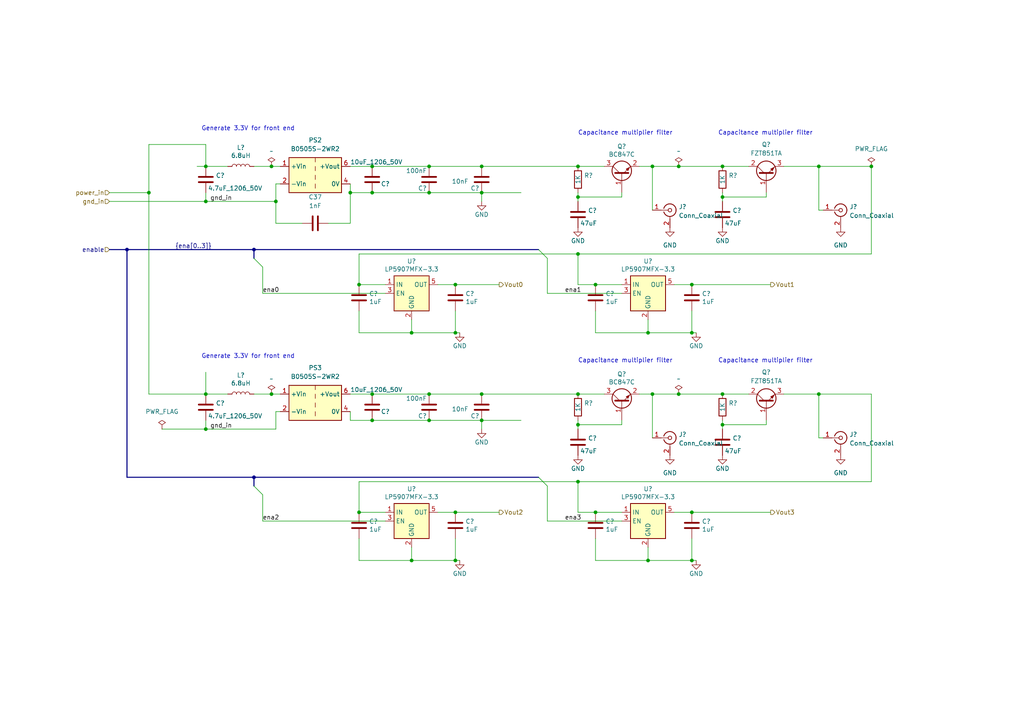
<source format=kicad_sch>
(kicad_sch (version 20230121) (generator eeschema)
  (paper "A4")
  (lib_symbols
    (symbol "0JLC-6:10uF_1206_50V" (pin_numbers hide) (pin_names (offset 0.254))
      (property "Reference" "C" (at 0.635 2.54 0))
      (property "Value" "10uF_1206_50V" (at 0.635 -2.54 0))
      (symbol "10uF_1206_50V_0_1"
        (polyline (pts (xy -2.032 -0.762) (xy 2.032 -0.762)) (stroke (width 0.508)))
        (polyline (pts (xy -2.032 0.762) (xy 2.032 0.762)) (stroke (width 0.508)))
      )
      (symbol "10uF_1206_50V_1_1"
        (pin passive line (at 0 3.81 270) (length 2.794) (name "~") (number "1"))
        (pin passive line (at 0 -3.81 90) (length 2.794) (name "~") (number "2"))
      )
    )
    (symbol "0JLC-6:1K" (pin_numbers hide) (pin_names (offset 0))
      (property "Reference" "R" (at 2.032 0 90))
      (property "Value" "1K" (at 0 0 90))
      (symbol "1K_0_1"
        (rectangle (start -1.016 -2.54) (end 1.016 2.54) (stroke (width 0.254)))
      )
      (symbol "1K_1_1"
        (pin passive line (at 0 3.81 270) (length 1.27) (name "~") (number "1"))
        (pin passive line (at 0 -3.81 90) (length 1.27) (name "~") (number "2"))
      )
    )
    (symbol "0JLC-6:1uF" (pin_numbers hide) (pin_names (offset 0.254))
      (property "Reference" "C" (at 0.635 2.54 0))
      (property "Value" "1uF" (at 0.635 -2.54 0))
      (symbol "1uF_0_1"
        (polyline (pts (xy -2.032 -0.762) (xy 2.032 -0.762)) (stroke (width 0.508)))
        (polyline (pts (xy -2.032 0.762) (xy 2.032 0.762)) (stroke (width 0.508)))
      )
      (symbol "1uF_1_1"
        (pin passive line (at 0 3.81 270) (length 2.794) (name "~") (number "1"))
        (pin passive line (at 0 -3.81 90) (length 2.794) (name "~") (number "2"))
      )
    )
    (symbol "0JLC-6:4.7uF_1206_50V" (pin_numbers hide) (pin_names (offset 0.254))
      (property "Reference" "C" (at 0.635 2.54 0))
      (property "Value" "4.7uF_1206_50V" (at 0.635 -2.54 0))
      (symbol "4.7uF_1206_50V_0_1"
        (polyline (pts (xy -2.032 -0.762) (xy 2.032 -0.762)) (stroke (width 0.508)))
        (polyline (pts (xy -2.032 0.762) (xy 2.032 0.762)) (stroke (width 0.508)))
      )
      (symbol "4.7uF_1206_50V_1_1"
        (pin passive line (at 0 3.81 270) (length 2.794) (name "~") (number "1"))
        (pin passive line (at 0 -3.81 90) (length 2.794) (name "~") (number "2"))
      )
    )
    (symbol "0JLC-6:C" (pin_numbers hide) (pin_names (offset 0.254))
      (property "Reference" "C" (at 0.635 2.54 0))
      (property "Value" "C" (at 0.635 -2.54 0))
      (symbol "C_0_1"
        (polyline (pts (xy -2.032 -0.762) (xy 2.032 -0.762)) (stroke (width 0.508)))
        (polyline (pts (xy -2.032 0.762) (xy 2.032 0.762)) (stroke (width 0.508)))
      )
      (symbol "C_1_1"
        (pin passive line (at 0 3.81 270) (length 2.794) (name "~") (number "1"))
        (pin passive line (at 0 -3.81 90) (length 2.794) (name "~") (number "2"))
      )
    )
    (symbol "0JLC-6:LP5907MFX-3.3"
      (property "Reference" "U" (at -3.81 6.35 0))
      (property "Value" "LP5907MFX-3.3" (at 6.35 6.35 0))
      (symbol "LP5907MFX-3.3_0_1"
        (rectangle (start -5.08 -5.08) (end 5.08 5.08) (stroke (width 0.254)) (fill (type background)))
        (pin power_in line (at -7.62 2.54 0) (length 2.54) (name "IN") (number "1"))
        (pin power_in line (at 0 -7.62 90) (length 2.54) (name "GND") (number "2"))
        (pin input line (at -7.62 0 0) (length 2.54) (name "EN") (number "3"))
        (pin no_connect line (at 5.08 0 180) (length 2.54) hide (name "NC") (number "4"))
        (pin power_out line (at 7.62 2.54 180) (length 2.54) (name "OUT") (number "5"))
      )
    )
    (symbol "0JLC-7:100nF" (pin_numbers hide) (pin_names (offset 0.254))
      (property "Reference" "C8" (at -3.81 -1.2701 0))
      (property "Value" "100nF" (at -3.81 1.2699 0))
      (symbol "100nF_0_1"
        (polyline (pts (xy -2.032 -0.762) (xy 2.032 -0.762)) (stroke (width 0.508)))
        (polyline (pts (xy -2.032 0.762) (xy 2.032 0.762)) (stroke (width 0.508)))
      )
      (symbol "100nF_1_1"
        (pin passive line (at 0 3.81 270) (length 2.794) (name "~") (number "1"))
        (pin passive line (at 0 -3.81 90) (length 2.794) (name "~") (number "2"))
      )
    )
    (symbol "0JLC-7:B0505S-2WR2"
      (property "Reference" "PS?" (at 0 9.3218 0))
      (property "Value" "B0505S-2WR2" (at 0 7.0104 0))
      (symbol "B0505S-2WR2_0_1"
        (rectangle (start -7.62 5.08) (end 7.62 -5.08) (stroke (width 0.254)) (fill (type background)))
        (polyline (pts (xy 0 -2.54) (xy 0 -3.81)))
        (polyline (pts (xy 0 0) (xy 0 -1.27)))
        (polyline (pts (xy 0 2.54) (xy 0 1.27)))
        (polyline (pts (xy 0 5.08) (xy 0 3.81)))
      )
      (symbol "B0505S-2WR2_1_0"
        (pin power_in line (at -10.16 2.54 0) (length 2.54) (name "+Vin") (number "1"))
        (pin power_in line (at -10.16 -2.54 0) (length 2.54) (name "-Vin") (number "2"))
        (pin power_out line (at 10.16 -2.54 180) (length 2.54) (name "0V") (number "4"))
        (pin power_out line (at 10.16 2.54 180) (length 2.54) (name "+Vout") (number "6"))
      )
    )
    (symbol "0JLC-7:L_6.8uH_NLCV32T" (pin_numbers hide) (pin_names (offset 1.016) hide)
      (property "Reference" "L?" (at 0 5.08 0))
      (property "Value" "6.8uH" (at 0 2.54 0))
      (symbol "L_6.8uH_NLCV32T_0_1"
        (arc (start -1.27 0) (mid -1.905 0.6323) (end -2.54 0))
        (arc (start 0 0) (mid -0.635 0.6323) (end -1.27 0))
        (arc (start 1.27 0) (mid 0.635 0.6323) (end 0 0))
        (arc (start 2.54 0) (mid 1.905 0.6323) (end 1.27 0))
      )
      (symbol "L_6.8uH_NLCV32T_1_1"
        (pin passive line (at -3.81 0 0) (length 1.27) (name "1") (number "1"))
        (pin passive line (at 3.81 0 180) (length 1.27) (name "2") (number "2"))
      )
    )
    (symbol "Connector:Conn_Coaxial" (pin_names (offset 1.016) hide)
      (property "Reference" "J" (at 0.254 3.048 0))
      (property "Value" "Conn_Coaxial" (at 2.921 0 90))
      (symbol "Conn_Coaxial_0_1"
        (arc (start -1.778 -0.508) (mid 0.2311 -1.8066) (end 1.778 0) (stroke (width 0.254)))
        (polyline (pts (xy -2.54 0) (xy -0.508 0)))
        (polyline (pts (xy 0 -2.54) (xy 0 -1.778)))
        (circle (center 0 0) (radius 0.508) (stroke (width 0.2032)))
        (arc (start 1.778 0) (mid 0.2099 1.8101) (end -1.778 0.508) (stroke (width 0.254)))
      )
      (symbol "Conn_Coaxial_1_1"
        (pin passive line (at -5.08 0 0) (length 2.54) (name "In") (number "1"))
        (pin passive line (at 0 -5.08 90) (length 2.54) (name "Ext") (number "2"))
      )
    )
    (symbol "Device:C" (pin_numbers hide) (pin_names (offset 0.254))
      (property "Reference" "C" (at 0.635 2.54 0))
      (property "Value" "C" (at 0.635 -2.54 0))
      (symbol "C_0_1"
        (polyline (pts (xy -2.032 -0.762) (xy 2.032 -0.762)) (stroke (width 0.508)))
        (polyline (pts (xy -2.032 0.762) (xy 2.032 0.762)) (stroke (width 0.508)))
      )
      (symbol "C_1_1"
        (pin passive line (at 0 3.81 270) (length 2.794) (name "~") (number "1"))
        (pin passive line (at 0 -3.81 90) (length 2.794) (name "~") (number "2"))
      )
    )
    (symbol "Device:Q_NPN_BCE" (pin_names (offset 0) hide)
      (property "Reference" "Q" (at 5.08 1.27 0))
      (property "Value" "Q_NPN_BCE" (at 5.08 -1.27 0))
      (symbol "Q_NPN_BCE_0_1"
        (polyline (pts (xy 0.635 0.635) (xy 2.54 2.54)))
        (polyline (pts (xy 0.635 -0.635) (xy 2.54 -2.54) (xy 2.54 -2.54)))
        (polyline (pts (xy 0.635 1.905) (xy 0.635 -1.905) (xy 0.635 -1.905)) (stroke (width 0.508)))
        (polyline (pts (xy 1.27 -1.778) (xy 1.778 -1.27) (xy 2.286 -2.286) (xy 1.27 -1.778) (xy 1.27 -1.778)) (fill (type outline)))
        (circle (center 1.27 0) (radius 2.8194) (stroke (width 0.254)))
      )
      (symbol "Q_NPN_BCE_1_1"
        (pin input line (at -5.08 0 0) (length 5.715) (name "B") (number "1"))
        (pin passive line (at 2.54 5.08 270) (length 2.54) (name "C") (number "2"))
        (pin passive line (at 2.54 -5.08 90) (length 2.54) (name "E") (number "3"))
      )
    )
    (symbol "Transistor_BJT:BC847" (pin_names (offset 0) hide)
      (property "Reference" "Q" (at 5.08 1.905 0))
      (property "Value" "BC847" (at 5.08 0 0))
      (symbol "BC847_0_1"
        (polyline (pts (xy 0.635 0.635) (xy 2.54 2.54)))
        (polyline (pts (xy 0.635 -0.635) (xy 2.54 -2.54) (xy 2.54 -2.54)))
        (polyline (pts (xy 0.635 1.905) (xy 0.635 -1.905) (xy 0.635 -1.905)) (stroke (width 0.508)))
        (polyline (pts (xy 1.27 -1.778) (xy 1.778 -1.27) (xy 2.286 -2.286) (xy 1.27 -1.778) (xy 1.27 -1.778)) (fill (type outline)))
        (circle (center 1.27 0) (radius 2.8194) (stroke (width 0.254)))
      )
      (symbol "BC847_1_1"
        (pin input line (at -5.08 0 0) (length 5.715) (name "B") (number "1"))
        (pin passive line (at 2.54 -5.08 90) (length 2.54) (name "E") (number "2"))
        (pin passive line (at 2.54 5.08 270) (length 2.54) (name "C") (number "3"))
      )
    )
    (symbol "power:GND" (power) (pin_names (offset 0))
      (property "Value" "GND" (at 0 -3.81 0))
      (symbol "GND_0_1"
        (polyline (pts (xy 0 0) (xy 0 -1.27) (xy 1.27 -1.27) (xy 0 -2.54) (xy -1.27 -1.27) (xy 0 -1.27)))
      )
      (symbol "GND_1_1"
        (pin power_in line (at 0 0 270) (length 0) hide (name "GND") (number "1"))
      )
    )
    (symbol "power:PWR_FLAG" (power) (pin_numbers hide) (pin_names (offset 0) hide)
      (property "Value" "PWR_FLAG" (at 0 3.81 0))
      (symbol "PWR_FLAG_0_0"
        (pin power_out line (at 0 0 90) (length 0) (name "pwr") (number "1"))
      )
      (symbol "PWR_FLAG_0_1"
        (polyline (pts (xy 0 0) (xy 0 1.27) (xy -1.016 1.905) (xy 0 2.54) (xy 1.016 1.905) (xy 0 1.27)))
      )
    )
  )
  (junction (at 43.18 55.88))
  (junction (at 167.64 48.26))
  (junction (at 196.85 114.3))
  (junction (at 124.46 121.92))
  (junction (at 200.66 148.59))
  (junction (at 139.7 121.92))
  (junction (at 139.7 48.26))
  (junction (at 107.95 48.26))
  (junction (at 209.55 48.26))
  (junction (at 167.64 114.3))
  (junction (at 132.08 148.59))
  (junction (at 119.38 162.56))
  (junction (at 167.64 57.15))
  (junction (at 252.73 48.26))
  (junction (at 139.7 55.88))
  (junction (at 172.72 82.55))
  (junction (at 139.7 114.3))
  (junction (at 59.69 124.46))
  (junction (at 189.23 114.3))
  (junction (at 73.66 72.39))
  (junction (at 104.14 82.55))
  (junction (at 167.64 73.66))
  (junction (at 124.46 114.3))
  (junction (at 196.85 48.26))
  (junction (at 209.55 57.15))
  (junction (at 78.74 48.26))
  (junction (at 73.66 138.43))
  (junction (at 124.46 55.88))
  (junction (at 167.64 139.7))
  (junction (at 104.14 148.59))
  (junction (at 107.95 121.92))
  (junction (at 209.55 114.3))
  (junction (at 187.96 96.52))
  (junction (at 237.49 48.26))
  (junction (at 36.83 72.39))
  (junction (at 119.38 96.52))
  (junction (at 132.08 162.56))
  (junction (at 59.69 58.42))
  (junction (at 167.64 123.19))
  (junction (at 200.66 96.52))
  (junction (at 237.49 114.3))
  (junction (at 189.23 48.26))
  (junction (at 101.6 55.88))
  (junction (at 107.95 114.3))
  (junction (at 172.72 148.59))
  (junction (at 200.66 82.55))
  (junction (at 209.55 123.19))
  (junction (at 132.08 82.55))
  (junction (at 107.95 55.88))
  (junction (at 132.08 96.52))
  (junction (at 80.01 58.42))
  (junction (at 124.46 48.26))
  (junction (at 59.69 48.26))
  (junction (at 187.96 162.56))
  (junction (at 78.74 114.3))
  (junction (at 200.66 162.56))
  (junction (at 59.69 114.3))
  (bus_entry (at 156.21 138.43) (size 2.54 2.54))
  (bus_entry (at 73.66 74.93) (size 2.54 2.54))
  (bus_entry (at 156.21 72.39) (size 2.54 2.54))
  (bus_entry (at 73.66 140.97) (size 2.54 2.54))
  (wire (pts (xy 104.14 162.56) (xy 104.14 156.21)))
  (wire (pts (xy 43.18 55.88) (xy 43.18 114.3)))
  (wire (pts (xy 139.7 121.92) (xy 151.13 121.92)))
  (wire (pts (xy 180.34 57.15) (xy 180.34 55.88)))
  (wire (pts (xy 172.72 162.56) (xy 172.72 156.21)))
  (wire (pts (xy 57.15 48.26) (xy 59.69 48.26)))
  (wire (pts (xy 59.69 41.91) (xy 43.18 41.91)))
  (wire (pts (xy 139.7 55.88) (xy 151.13 55.88)))
  (wire (pts (xy 196.85 48.26) (xy 209.55 48.26)))
  (wire (pts (xy 209.55 57.15) (xy 222.25 57.15)))
  (wire (pts (xy 200.66 90.17) (xy 200.66 96.52)))
  (wire (pts (xy 200.66 156.21) (xy 200.66 162.56)))
  (wire (pts (xy 132.08 148.59) (xy 144.78 148.59)))
  (wire (pts (xy 158.75 151.13) (xy 180.34 151.13)))
  (wire (pts (xy 76.2 151.13) (xy 111.76 151.13)))
  (wire (pts (xy 76.2 77.47) (xy 76.2 85.09)))
  (wire (pts (xy 124.46 55.88) (xy 139.7 55.88)))
  (wire (pts (xy 167.64 139.7) (xy 104.14 139.7)))
  (wire (pts (xy 119.38 96.52) (xy 132.08 96.52)))
  (wire (pts (xy 180.34 123.19) (xy 180.34 121.92)))
  (wire (pts (xy 87.63 64.77) (xy 80.01 64.77)))
  (wire (pts (xy 187.96 162.56) (xy 172.72 162.56)))
  (wire (pts (xy 200.66 148.59) (xy 223.52 148.59)))
  (wire (pts (xy 167.64 139.7) (xy 167.64 148.59)))
  (wire (pts (xy 80.01 58.42) (xy 59.69 58.42)))
  (bus (pts (xy 36.83 72.39) (xy 73.66 72.39)))
  (wire (pts (xy 209.55 121.92) (xy 209.55 123.19)))
  (wire (pts (xy 31.75 55.88) (xy 43.18 55.88)))
  (wire (pts (xy 101.6 53.34) (xy 101.6 55.88)))
  (wire (pts (xy 59.69 48.26) (xy 59.69 41.91)))
  (wire (pts (xy 76.2 85.09) (xy 111.76 85.09)))
  (wire (pts (xy 187.96 162.56) (xy 200.66 162.56)))
  (wire (pts (xy 139.7 48.26) (xy 167.64 48.26)))
  (wire (pts (xy 101.6 121.92) (xy 107.95 121.92)))
  (wire (pts (xy 252.73 114.3) (xy 252.73 139.7)))
  (wire (pts (xy 167.64 73.66) (xy 104.14 73.66)))
  (wire (pts (xy 119.38 92.71) (xy 119.38 96.52)))
  (wire (pts (xy 124.46 55.88) (xy 107.95 55.88)))
  (wire (pts (xy 227.33 48.26) (xy 237.49 48.26)))
  (wire (pts (xy 185.42 114.3) (xy 189.23 114.3)))
  (wire (pts (xy 189.23 127) (xy 189.23 114.3)))
  (wire (pts (xy 104.14 139.7) (xy 104.14 148.59)))
  (wire (pts (xy 167.64 57.15) (xy 167.64 58.42)))
  (wire (pts (xy 252.73 48.26) (xy 252.73 73.66)))
  (wire (pts (xy 158.75 74.93) (xy 158.75 85.09)))
  (wire (pts (xy 200.66 82.55) (xy 195.58 82.55)))
  (wire (pts (xy 80.01 64.77) (xy 80.01 58.42)))
  (wire (pts (xy 200.66 96.52) (xy 201.93 96.52)))
  (wire (pts (xy 237.49 48.26) (xy 237.49 60.96)))
  (wire (pts (xy 252.73 73.66) (xy 167.64 73.66)))
  (wire (pts (xy 167.64 114.3) (xy 175.26 114.3)))
  (wire (pts (xy 124.46 121.92) (xy 107.95 121.92)))
  (wire (pts (xy 95.25 64.77) (xy 101.6 64.77)))
  (wire (pts (xy 132.08 148.59) (xy 127 148.59)))
  (wire (pts (xy 167.64 73.66) (xy 167.64 82.55)))
  (wire (pts (xy 132.08 82.55) (xy 144.78 82.55)))
  (wire (pts (xy 76.2 143.51) (xy 76.2 151.13)))
  (wire (pts (xy 119.38 158.75) (xy 119.38 162.56)))
  (wire (pts (xy 172.72 148.59) (xy 180.34 148.59)))
  (wire (pts (xy 222.25 121.92) (xy 222.25 123.19)))
  (wire (pts (xy 132.08 82.55) (xy 127 82.55)))
  (wire (pts (xy 237.49 48.26) (xy 252.73 48.26)))
  (bus (pts (xy 73.66 72.39) (xy 73.66 74.93)))
  (wire (pts (xy 80.01 124.46) (xy 59.69 124.46)))
  (wire (pts (xy 59.69 114.3) (xy 66.04 114.3)))
  (bus (pts (xy 36.83 72.39) (xy 36.83 138.43)))
  (wire (pts (xy 187.96 96.52) (xy 200.66 96.52)))
  (wire (pts (xy 59.69 48.26) (xy 66.04 48.26)))
  (wire (pts (xy 73.66 48.26) (xy 78.74 48.26)))
  (wire (pts (xy 132.08 156.21) (xy 132.08 162.56)))
  (wire (pts (xy 107.95 48.26) (xy 124.46 48.26)))
  (wire (pts (xy 101.6 114.3) (xy 107.95 114.3)))
  (wire (pts (xy 158.75 85.09) (xy 180.34 85.09)))
  (wire (pts (xy 200.66 162.56) (xy 201.93 162.56)))
  (wire (pts (xy 167.64 148.59) (xy 172.72 148.59)))
  (wire (pts (xy 80.01 53.34) (xy 80.01 58.42)))
  (wire (pts (xy 196.85 114.3) (xy 209.55 114.3)))
  (wire (pts (xy 139.7 124.46) (xy 139.7 121.92)))
  (wire (pts (xy 187.96 158.75) (xy 187.96 162.56)))
  (wire (pts (xy 167.64 121.92) (xy 167.64 123.19)))
  (wire (pts (xy 209.55 48.26) (xy 217.17 48.26)))
  (wire (pts (xy 252.73 139.7) (xy 167.64 139.7)))
  (wire (pts (xy 222.25 55.88) (xy 222.25 57.15)))
  (wire (pts (xy 124.46 48.26) (xy 139.7 48.26)))
  (wire (pts (xy 46.99 124.46) (xy 59.69 124.46)))
  (wire (pts (xy 101.6 55.88) (xy 107.95 55.88)))
  (wire (pts (xy 119.38 96.52) (xy 104.14 96.52)))
  (wire (pts (xy 187.96 96.52) (xy 172.72 96.52)))
  (bus (pts (xy 31.75 72.39) (xy 36.83 72.39)))
  (wire (pts (xy 104.14 96.52) (xy 104.14 90.17)))
  (wire (pts (xy 167.64 55.88) (xy 167.64 57.15)))
  (wire (pts (xy 124.46 121.92) (xy 139.7 121.92)))
  (wire (pts (xy 80.01 119.38) (xy 80.01 124.46)))
  (wire (pts (xy 43.18 41.91) (xy 43.18 55.88)))
  (wire (pts (xy 104.14 148.59) (xy 111.76 148.59)))
  (wire (pts (xy 59.69 55.88) (xy 59.69 58.42)))
  (wire (pts (xy 101.6 119.38) (xy 101.6 121.92)))
  (wire (pts (xy 172.72 82.55) (xy 180.34 82.55)))
  (bus (pts (xy 73.66 138.43) (xy 73.66 140.97)))
  (wire (pts (xy 81.28 53.34) (xy 80.01 53.34)))
  (wire (pts (xy 237.49 127) (xy 238.76 127)))
  (wire (pts (xy 167.64 123.19) (xy 167.64 124.46)))
  (wire (pts (xy 59.69 121.92) (xy 59.69 124.46)))
  (wire (pts (xy 189.23 48.26) (xy 196.85 48.26)))
  (wire (pts (xy 104.14 73.66) (xy 104.14 82.55)))
  (bus (pts (xy 36.83 138.43) (xy 73.66 138.43)))
  (wire (pts (xy 237.49 114.3) (xy 252.73 114.3)))
  (wire (pts (xy 119.38 162.56) (xy 132.08 162.56)))
  (wire (pts (xy 200.66 82.55) (xy 223.52 82.55)))
  (wire (pts (xy 119.38 162.56) (xy 104.14 162.56)))
  (wire (pts (xy 189.23 60.96) (xy 189.23 48.26)))
  (bus (pts (xy 73.66 138.43) (xy 156.21 138.43)))
  (wire (pts (xy 132.08 90.17) (xy 132.08 96.52)))
  (wire (pts (xy 43.18 114.3) (xy 59.69 114.3)))
  (wire (pts (xy 139.7 58.42) (xy 139.7 55.88)))
  (wire (pts (xy 187.96 92.71) (xy 187.96 96.52)))
  (wire (pts (xy 101.6 48.26) (xy 107.95 48.26)))
  (wire (pts (xy 167.64 48.26) (xy 175.26 48.26)))
  (wire (pts (xy 132.08 162.56) (xy 133.35 162.56)))
  (wire (pts (xy 81.28 119.38) (xy 80.01 119.38)))
  (wire (pts (xy 132.08 96.52) (xy 133.35 96.52)))
  (wire (pts (xy 167.64 123.19) (xy 180.34 123.19)))
  (wire (pts (xy 209.55 123.19) (xy 209.55 124.46)))
  (wire (pts (xy 209.55 57.15) (xy 209.55 58.42)))
  (bus (pts (xy 73.66 72.39) (xy 156.21 72.39)))
  (wire (pts (xy 167.64 57.15) (xy 180.34 57.15)))
  (wire (pts (xy 158.75 140.97) (xy 158.75 151.13)))
  (wire (pts (xy 139.7 114.3) (xy 167.64 114.3)))
  (wire (pts (xy 104.14 82.55) (xy 111.76 82.55)))
  (wire (pts (xy 237.49 114.3) (xy 237.49 127)))
  (wire (pts (xy 31.75 58.42) (xy 59.69 58.42)))
  (wire (pts (xy 167.64 82.55) (xy 172.72 82.55)))
  (wire (pts (xy 227.33 114.3) (xy 237.49 114.3)))
  (wire (pts (xy 78.74 48.26) (xy 81.28 48.26)))
  (wire (pts (xy 237.49 60.96) (xy 238.76 60.96)))
  (wire (pts (xy 73.66 114.3) (xy 78.74 114.3)))
  (wire (pts (xy 200.66 148.59) (xy 195.58 148.59)))
  (wire (pts (xy 107.95 114.3) (xy 124.46 114.3)))
  (wire (pts (xy 78.74 114.3) (xy 81.28 114.3)))
  (wire (pts (xy 189.23 114.3) (xy 196.85 114.3)))
  (wire (pts (xy 101.6 64.77) (xy 101.6 55.88)))
  (wire (pts (xy 185.42 48.26) (xy 189.23 48.26)))
  (wire (pts (xy 172.72 96.52) (xy 172.72 90.17)))
  (wire (pts (xy 209.55 123.19) (xy 222.25 123.19)))
  (wire (pts (xy 59.69 114.3) (xy 59.69 107.95)))
  (wire (pts (xy 209.55 114.3) (xy 217.17 114.3)))
  (wire (pts (xy 209.55 55.88) (xy 209.55 57.15)))
  (wire (pts (xy 124.46 114.3) (xy 139.7 114.3)))
  (text "Generate 3.3V for front end" (at 58.42 38.1 0) (effects (font (size 1.27 1.27)) (justify left bottom)))
  (text "Capacitance multiplier filter" (at 167.64 105.41 0) (effects (font (size 1.27 1.27)) (justify left bottom)))
  (text "Capacitance multiplier filter" (at 208.28 39.37 0) (effects (font (size 1.27 1.27)) (justify left bottom)))
  (text "Generate 3.3V for front end" (at 58.42 104.14 0) (effects (font (size 1.27 1.27)) (justify left bottom)))
  (text "Capacitance multiplier filter" (at 208.28 105.41 0) (effects (font (size 1.27 1.27)) (justify left bottom)))
  (text "Capacitance multiplier filter" (at 167.64 39.37 0) (effects (font (size 1.27 1.27)) (justify left bottom)))
  (label "ena3" (at 163.83 151.13 0))
  (label "ena1" (at 163.83 85.09 0))
  (label "gnd_in" (at 60.96 124.46 0))
  (label "ena0" (at 76.2 85.09 0))
  (label "gnd_in" (at 60.96 58.42 0))
  (label "{ena[0..3]}" (at 50.8 72.39 0))
  (label "ena2" (at 76.2 151.13 0))
  (hierarchical_label "gnd_in" (shape input) (at 31.75 58.42 180))
  (hierarchical_label "Vout0" (shape output) (at 144.78 82.55 0))
  (hierarchical_label "enable" (shape input) (at 31.75 72.39 180))
  (hierarchical_label "Vout3" (shape output) (at 223.52 148.59 0))
  (hierarchical_label "Vout2" (shape output) (at 144.78 148.59 0))
  (hierarchical_label "power_in" (shape input) (at 31.75 55.88 180))
  (hierarchical_label "Vout1" (shape output) (at 223.52 82.55 0))
  (symbol (lib_id "0JLC-6:LP5907MFX-3.3") (at 119.38 151.13 0) (unit 1)
    (property "Reference" "U?" (at 119.38 141.8082 0))
    (property "Value" "LP5907MFX-3.3" (at 119.38 144.1196 0))
    (property "Footprint" "Package_TO_SOT_SMD:SOT-23-5" (effects hide))
    (property "Datasheet" "http://www.ti.com/lit/ds/symlink/lp5907.pdf" (effects hide))
    (property "LCSC" "C80670" (effects hide))
    (property "MPN" "LP5907MFX-3.3/NOPB" (effects hide))
    (property "JLCPCB Rotation Offset" "180" (effects hide))
    (instances (project "uart_mux_v3" (path "" (reference "U?") (unit 1)) (path "" (reference "U10") (unit 1))))
  )
  (symbol (lib_id "0JLC-7:B0505S-2WR2") (at 91.44 116.84 0) (unit 1)
    (property "Reference" "PS3" (at 91.44 106.68 0))
    (property "Value" "B0505S-2WR2" (at 91.44 109.22 0))
    (property "Footprint" "0my_footprints7:PWRM-TH_B0505S-2WR2_C2992385" (effects hide))
    (property "MPN" "B0505S-2WR2" (effects hide))
    (property "LCSC" "C2992385" (effects hide))
    (property "JLCPCB Rotation Offset" "0" (effects hide))
    (property "JLCPCB Position Offset" "0,0" (effects hide))
  )
  (symbol (lib_id "0JLC-6:10uF_1206_50V") (at 107.95 118.11 0) (unit 1)
    (property "Reference" "C?" (at 110.49 119.38 0) (effects (justify left)))
    (property "Value" "10uF_1206_50V" (at 101.6 113.03 0) (effects (justify left)))
    (property "Footprint" "Capacitor_SMD:C_1206_3216Metric_Pad1.33x1.80mm_HandSolder" (effects hide))
    (property "LCSC" "C13585" (effects hide))
    (property "MPN" "CL31A106KBHNNNE" (effects hide))
    (instances (project "uart_mux_v3" (path "" (reference "C?") (unit 1)) (path "" (reference "C22") (unit 1))) (project "sq_lockin_v9" (path "" (reference "C32") (unit 1))))
  )
  (symbol (lib_id "power:PWR_FLAG") (at 252.73 48.26 0) (unit 1)
    (property "Reference" "#FLG09" (effects hide))
    (property "Value" "PWR_FLAG" (at 252.73 43.18 0))
  )
  (symbol (lib_id "0JLC-6:1K") (at 167.64 118.11 0) (unit 1)
    (property "Reference" "R?" (at 169.418 116.9416 0) (effects (justify left)))
    (property "Value" "1K" (at 167.64 118.11 90))
    (property "Footprint" "Resistor_SMD:R_0603_1608Metric_Pad0.98x0.95mm_HandSolder" (effects hide))
    (property "LCSC" "C21190" (effects hide))
    (property "MPN" "0603WAF1001T5E" (effects hide))
    (instances (project "uart_mux_v3" (path "" (reference "R?") (unit 1)) (path "" (reference "R4") (unit 1))) (project "sq_lockin_v9" (path "" (reference "R19") (unit 1))))
  )
  (symbol (lib_id "0JLC-6:1uF") (at 200.66 86.36 0) (unit 1)
    (property "Reference" "C?" (at 203.581 85.1916 0) (effects (justify left)))
    (property "Value" "1uF" (at 203.581 87.503 0) (effects (justify left)))
    (property "Footprint" "Capacitor_SMD:C_0603_1608Metric_Pad1.08x0.95mm_HandSolder" (effects hide))
    (property "LCSC" "C15849" (effects hide))
    (property "MPN" "CL10A105KB8NNNC" (effects hide))
    (instances (project "uart_mux_v3" (path "" (reference "C?") (unit 1)) (path "" (reference "C33") (unit 1))))
  )
  (symbol (lib_id "0JLC-6:1K") (at 209.55 118.11 0) (unit 1)
    (property "Reference" "R?" (at 211.328 116.9416 0) (effects (justify left)))
    (property "Value" "1K" (at 209.55 118.11 90))
    (property "Footprint" "Resistor_SMD:R_0603_1608Metric_Pad0.98x0.95mm_HandSolder" (effects hide))
    (property "LCSC" "C21190" (effects hide))
    (property "MPN" "0603WAF1001T5E" (effects hide))
    (instances (project "uart_mux_v3" (path "" (reference "R?") (unit 1)) (path "" (reference "R6") (unit 1))) (project "sq_lockin_v9" (path "" (reference "R20") (unit 1))))
  )
  (symbol (lib_id "power:GND") (at 201.93 162.56 0) (unit 1)
    (property "Reference" "#PWR?" (effects hide))
    (property "Value" "GND" (at 201.93 166.37 0))
    (instances (project "uart_mux_v3" (path "" (reference "#PWR?") (unit 1)) (path "" (reference "#PWR042") (unit 1))))
  )
  (symbol (lib_id "Device:Q_NPN_BCE") (at 222.25 116.84 90) (unit 1)
    (property "Reference" "Q?" (at 222.25 107.95 90))
    (property "Value" "FZT851TA" (at 222.25 110.49 90))
    (property "Footprint" "Package_TO_SOT_SMD:SOT-223-3_TabPin2" (effects hide))
    (property "LCSC" "C87950" (effects hide))
    (property "MPN" "FZT851TA" (effects hide))
    (property "JLCPCB Rotation Offset" "180" (effects hide))
    (instances (project "uart_mux_v3" (path "" (reference "Q?") (unit 1)) (path "" (reference "Q6") (unit 1))) (project "sq_lockin_v9" (path "" (reference "Q2") (unit 1))))
  )
  (symbol (lib_id "0JLC-7:L_6.8uH_NLCV32T") (at 69.85 114.3 0) (mirror y) (unit 1)
    (property "Reference" "L?" (at 69.85 108.839 0))
    (property "Value" "6.8uH" (at 69.85 111.1504 0))
    (property "Footprint" "Inductor_SMD:L_1210_3225Metric_Pad1.42x2.65mm_HandSolder" (effects hide))
    (property "MPN" "NLCV32T-6R8M-PFR" (effects hide))
    (property "LCSC" "C87558" (effects hide))
    (property "Field5" "C87558 ; C87559" (effects hide))
    (instances (project "uart_mux_v3" (path "" (reference "L?") (unit 1)) (path "" (reference "L3") (unit 1))) (project "sq_lockin_v9" (path "" (reference "L1") (unit 1))))
  )
  (symbol (lib_id "0JLC-6:LP5907MFX-3.3") (at 187.96 85.09 0) (unit 1)
    (property "Reference" "U?" (at 187.96 75.7682 0))
    (property "Value" "LP5907MFX-3.3" (at 187.96 78.0796 0))
    (property "Footprint" "Package_TO_SOT_SMD:SOT-23-5" (effects hide))
    (property "Datasheet" "http://www.ti.com/lit/ds/symlink/lp5907.pdf" (effects hide))
    (property "LCSC" "C80670" (effects hide))
    (property "MPN" "LP5907MFX-3.3/NOPB" (effects hide))
    (property "JLCPCB Rotation Offset" "180" (effects hide))
    (instances (project "uart_mux_v3" (path "" (reference "U?") (unit 1)) (path "" (reference "U11") (unit 1))))
  )
  (symbol (lib_id "0JLC-7:100nF") (at 124.46 52.07 180) (unit 1)
    (property "Reference" "C?" (at 123.825 54.61 0) (effects (justify left)))
    (property "Value" "100nF" (at 123.825 49.53 0) (effects (justify left)))
    (property "Footprint" "Capacitor_SMD:C_0603_1608Metric_Pad1.08x0.95mm_HandSolder" (effects hide))
    (property "MFR" "Samsung" (effects hide))
    (property "MPN" "CC0603KRX7R9BB104" (effects hide))
    (property "SPURL" "-" (effects hide))
    (property "LCSC" "C14663" (effects hide))
    (instances (project "uart_mux_v3" (path "" (reference "C?") (unit 1)) (path "" (reference "C23") (unit 1))) (project "sq_lockin_v9" (path "" (reference "C34") (unit 1))))
  )
  (symbol (lib_id "power:GND") (at 167.64 66.04 0) (unit 1)
    (property "Reference" "#PWR?" (effects hide))
    (property "Value" "~" (at 167.64 69.85 0))
    (instances (project "uart_mux_v3" (path "" (reference "#PWR?") (unit 1)) (path "" (reference "#PWR037") (unit 1))) (project "sq_lockin_v9" (path "" (reference "#PWR060") (unit 1))))
  )
  (symbol (lib_id "power:GND") (at 139.7 58.42 0) (unit 1)
    (property "Reference" "#PWR?" (effects hide))
    (property "Value" "~" (at 139.7 62.23 0))
    (instances (project "uart_mux_v3" (path "" (reference "#PWR?") (unit 1)) (path "" (reference "#PWR035") (unit 1))) (project "sq_lockin_v9" (path "" (reference "#PWR058") (unit 1))))
  )
  (symbol (lib_id "power:GND") (at 243.84 132.08 0) (unit 1)
    (property "Reference" "#PWR?" (effects hide))
    (property "Value" "GND" (at 243.84 137.16 0))
    (property "Footprint" "Connector_Coaxial:U.FL_Hirose_U.FL-R-SMT-1_Vertical" (effects hide))
    (instances (project "uart_mux_v3" (path "" (reference "#PWR?") (unit 1)) (path "" (reference "#PWR046") (unit 1))) (project "sq_lockin_v9" (path "" (reference "#PWR063") (unit 1))))
  )
  (symbol (lib_id "0JLC-6:10uF_1206_50V") (at 107.95 52.07 0) (unit 1)
    (property "Reference" "C?" (at 110.49 53.34 0) (effects (justify left)))
    (property "Value" "10uF_1206_50V" (at 101.6 46.99 0) (effects (justify left)))
    (property "Footprint" "Capacitor_SMD:C_1206_3216Metric_Pad1.33x1.80mm_HandSolder" (effects hide))
    (property "LCSC" "C13585" (effects hide))
    (property "MPN" "CL31A106KBHNNNE" (effects hide))
    (instances (project "uart_mux_v3" (path "" (reference "C?") (unit 1)) (path "" (reference "C21") (unit 1))) (project "sq_lockin_v9" (path "" (reference "C32") (unit 1))))
  )
  (symbol (lib_id "0JLC-6:1uF") (at 104.14 86.36 0) (unit 1)
    (property "Reference" "C?" (at 107.061 85.1916 0) (effects (justify left)))
    (property "Value" "1uF" (at 107.061 87.503 0) (effects (justify left)))
    (property "Footprint" "Capacitor_SMD:C_0603_1608Metric_Pad1.08x0.95mm_HandSolder" (effects hide))
    (property "LCSC" "C15849" (effects hide))
    (property "MPN" "CL10A105KB8NNNC" (effects hide))
    (instances (project "uart_mux_v3" (path "" (reference "C?") (unit 1)) (path "" (reference "C19") (unit 1))))
  )
  (symbol (lib_id "Connector:Conn_Coaxial") (at 243.84 60.96 0) (unit 1)
    (property "Reference" "J?" (at 246.38 59.9831 0) (effects (justify left)))
    (property "Value" "Conn_Coaxial" (at 246.38 62.5231 0) (effects (justify left)))
    (property "Footprint" "Connector_Coaxial:U.FL_Hirose_U.FL-R-SMT-1_Vertical" (effects hide))
    (property "Datasheet" " ~" (effects hide))
    (property "LCSC" "C88373" (effects hide))
    (instances (project "uart_mux_v3" (path "" (reference "J?") (unit 1)) (path "" (reference "J10") (unit 1))) (project "sq_lockin_v9" (path "" (reference "J13") (unit 1))))
  )
  (symbol (lib_id "Device:C") (at 167.64 62.23 0) (unit 1)
    (property "Reference" "C?" (at 170.561 61.0616 0) (effects (justify left)))
    (property "Value" "47uF" (at 168.275 64.77 0) (effects (justify left)))
    (property "Footprint" "Capacitor_SMD:C_1210_3225Metric_Pad1.33x2.70mm_HandSolder" (effects hide))
    (property "LCSC" "C84494" (effects hide))
    (property "MPN" "GRM32ER71A476KE15L" (effects hide))
    (instances (project "uart_mux_v3" (path "" (reference "C?") (unit 1)) (path "" (reference "C29") (unit 1))) (project "sq_lockin_v9" (path "" (reference "C38") (unit 1))))
  )
  (symbol (lib_id "0JLC-6:1uF") (at 132.08 86.36 0) (unit 1)
    (property "Reference" "C?" (at 135.001 85.1916 0) (effects (justify left)))
    (property "Value" "1uF" (at 135.001 87.503 0) (effects (justify left)))
    (property "Footprint" "Capacitor_SMD:C_0603_1608Metric_Pad1.08x0.95mm_HandSolder" (effects hide))
    (property "LCSC" "C15849" (effects hide))
    (property "MPN" "CL10A105KB8NNNC" (effects hide))
    (instances (project "uart_mux_v3" (path "" (reference "C?") (unit 1)) (path "" (reference "C25") (unit 1))))
  )
  (symbol (lib_id "0JLC-6:1uF") (at 172.72 152.4 0) (unit 1)
    (property "Reference" "C?" (at 175.641 151.2316 0) (effects (justify left)))
    (property "Value" "1uF" (at 175.641 153.543 0) (effects (justify left)))
    (property "Footprint" "Capacitor_SMD:C_0603_1608Metric_Pad1.08x0.95mm_HandSolder" (effects hide))
    (property "LCSC" "C15849" (effects hide))
    (property "MPN" "CL10A105KB8NNNC" (effects hide))
    (instances (project "uart_mux_v3" (path "" (reference "C?") (unit 1)) (path "" (reference "C32") (unit 1))))
  )
  (symbol (lib_id "Device:C") (at 209.55 62.23 0) (unit 1)
    (property "Reference" "C?" (at 212.471 61.0616 0) (effects (justify left)))
    (property "Value" "47uF" (at 210.185 64.77 0) (effects (justify left)))
    (property "Footprint" "Capacitor_SMD:C_1210_3225Metric_Pad1.33x2.70mm_HandSolder" (effects hide))
    (property "LCSC" "C84494" (effects hide))
    (property "MPN" "GRM32ER71A476KE15L" (effects hide))
    (instances (project "uart_mux_v3" (path "" (reference "C?") (unit 1)) (path "" (reference "C35") (unit 1))) (project "sq_lockin_v9" (path "" (reference "C39") (unit 1))))
  )
  (symbol (lib_id "0JLC-6:1K") (at 209.55 52.07 0) (unit 1)
    (property "Reference" "R?" (at 211.328 50.9016 0) (effects (justify left)))
    (property "Value" "1K" (at 209.55 52.07 90))
    (property "Footprint" "Resistor_SMD:R_0603_1608Metric_Pad0.98x0.95mm_HandSolder" (effects hide))
    (property "LCSC" "C21190" (effects hide))
    (property "MPN" "0603WAF1001T5E" (effects hide))
    (instances (project "uart_mux_v3" (path "" (reference "R?") (unit 1)) (path "" (reference "R5") (unit 1))) (project "sq_lockin_v9" (path "" (reference "R20") (unit 1))))
  )
  (symbol (lib_id "Device:C") (at 167.64 128.27 0) (unit 1)
    (property "Reference" "C?" (at 170.561 127.1016 0) (effects (justify left)))
    (property "Value" "47uF" (at 168.275 130.81 0) (effects (justify left)))
    (property "Footprint" "Capacitor_SMD:C_1210_3225Metric_Pad1.33x2.70mm_HandSolder" (effects hide))
    (property "LCSC" "C84494" (effects hide))
    (property "MPN" "GRM32ER71A476KE15L" (effects hide))
    (instances (project "uart_mux_v3" (path "" (reference "C?") (unit 1)) (path "" (reference "C30") (unit 1))) (project "sq_lockin_v9" (path "" (reference "C38") (unit 1))))
  )
  (symbol (lib_id "0JLC-7:100nF") (at 124.46 118.11 180) (unit 1)
    (property "Reference" "C?" (at 123.825 120.65 0) (effects (justify left)))
    (property "Value" "100nF" (at 123.825 115.57 0) (effects (justify left)))
    (property "Footprint" "Capacitor_SMD:C_0603_1608Metric_Pad1.08x0.95mm_HandSolder" (effects hide))
    (property "MFR" "Samsung" (effects hide))
    (property "MPN" "CC0603KRX7R9BB104" (effects hide))
    (property "SPURL" "-" (effects hide))
    (property "LCSC" "C14663" (effects hide))
    (instances (project "uart_mux_v3" (path "" (reference "C?") (unit 1)) (path "" (reference "C24") (unit 1))) (project "sq_lockin_v9" (path "" (reference "C34") (unit 1))))
  )
  (symbol (lib_id "power:GND") (at 209.55 132.08 0) (unit 1)
    (property "Reference" "#PWR?" (effects hide))
    (property "Value" "~" (at 209.55 135.89 0))
    (instances (project "uart_mux_v3" (path "" (reference "#PWR?") (unit 1)) (path "" (reference "#PWR044") (unit 1))) (project "sq_lockin_v9" (path "" (reference "#PWR062") (unit 1))))
  )
  (symbol (lib_id "power:GND") (at 194.31 66.04 0) (unit 1)
    (property "Reference" "#PWR?" (effects hide))
    (property "Value" "GND" (at 194.31 71.12 0))
    (property "Footprint" "Connector_Coaxial:U.FL_Hirose_U.FL-R-SMT-1_Vertical" (effects hide))
    (instances (project "uart_mux_v3" (path "" (reference "#PWR?") (unit 1)) (path "" (reference "#PWR039") (unit 1))) (project "sq_lockin_v9" (path "" (reference "#PWR061") (unit 1))))
  )
  (symbol (lib_id "power:GND") (at 209.55 66.04 0) (unit 1)
    (property "Reference" "#PWR?" (effects hide))
    (property "Value" "~" (at 209.55 69.85 0))
    (instances (project "uart_mux_v3" (path "" (reference "#PWR?") (unit 1)) (path "" (reference "#PWR043") (unit 1))) (project "sq_lockin_v9" (path "" (reference "#PWR062") (unit 1))))
  )
  (symbol (lib_id "power:GND") (at 133.35 162.56 0) (unit 1)
    (property "Reference" "#PWR?" (effects hide))
    (property "Value" "GND" (at 133.35 166.37 0))
    (instances (project "uart_mux_v3" (path "" (reference "#PWR?") (unit 1)) (path "" (reference "#PWR034") (unit 1))))
  )
  (symbol (lib_id "Transistor_BJT:BC847") (at 180.34 50.8 90) (unit 1)
    (property "Reference" "Q?" (at 180.34 42.4688 90))
    (property "Value" "BC847C" (at 180.34 44.7802 90))
    (property "Footprint" "Package_TO_SOT_SMD:SOT-23" (effects hide))
    (property "Datasheet" "http://www.infineon.com/dgdl/Infineon-BC847SERIES_BC848SERIES_BC849SERIES_BC850SERIES-DS-v01_01-en.pdf?fileId=db3a304314dca389011541d4630a1657" (effects hide))
    (property "MPN" "BC847C,215" (effects hide))
    (property "LCSC" "C8664" (effects hide))
    (property "JLCPCB Rotation Offset" "180" (effects hide))
    (instances (project "uart_mux_v3" (path "" (reference "Q?") (unit 1)) (path "" (reference "Q3") (unit 1))) (project "sq_lockin_v9" (path "" (reference "Q1") (unit 1))))
  )
  (symbol (lib_id "power:GND") (at 201.93 96.52 0) (unit 1)
    (property "Reference" "#PWR?" (effects hide))
    (property "Value" "GND" (at 201.93 100.33 0))
    (instances (project "uart_mux_v3" (path "" (reference "#PWR?") (unit 1)) (path "" (reference "#PWR041") (unit 1))))
  )
  (symbol (lib_id "power:GND") (at 194.31 132.08 0) (unit 1)
    (property "Reference" "#PWR?" (effects hide))
    (property "Value" "GND" (at 194.31 137.16 0))
    (property "Footprint" "Connector_Coaxial:U.FL_Hirose_U.FL-R-SMT-1_Vertical" (effects hide))
    (instances (project "uart_mux_v3" (path "" (reference "#PWR?") (unit 1)) (path "" (reference "#PWR040") (unit 1))) (project "sq_lockin_v9" (path "" (reference "#PWR061") (unit 1))))
  )
  (symbol (lib_id "power:GND") (at 139.7 124.46 0) (unit 1)
    (property "Reference" "#PWR?" (effects hide))
    (property "Value" "~" (at 139.7 128.27 0))
    (instances (project "uart_mux_v3" (path "" (reference "#PWR?") (unit 1)) (path "" (reference "#PWR036") (unit 1))) (project "sq_lockin_v9" (path "" (reference "#PWR058") (unit 1))))
  )
  (symbol (lib_id "power:PWR_FLAG") (at 196.85 114.3 0) (unit 1)
    (property "Reference" "#FLG?" (effects hide))
    (property "Value" "~" (at 196.85 109.9058 0))
    (instances (project "uart_mux_v3" (path "" (reference "#FLG?") (unit 1)) (path "" (reference "#FLG08") (unit 1))) (project "sq_lockin_v9" (path "" (reference "#FLG08") (unit 1))))
  )
  (symbol (lib_id "0JLC-6:4.7uF_1206_50V") (at 59.69 52.07 0) (unit 1)
    (property "Reference" "C?" (at 62.611 50.9016 0) (effects (justify left)))
    (property "Value" "4.7uF_1206_50V" (at 60.325 54.61 0) (effects (justify left)))
    (property "Footprint" "Capacitor_SMD:C_1206_3216Metric_Pad1.33x1.80mm_HandSolder" (effects hide))
    (property "LCSC" "C29823" (effects hide))
    (property "MPN" "1206B475K500NT" (effects hide))
    (instances (project "uart_mux_v3" (path "" (reference "C?") (unit 1)) (path "" (reference "C17") (unit 1))) (project "sq_lockin_v9" (path "" (reference "C29") (unit 1))))
  )
  (symbol (lib_id "0JLC-6:C") (at 91.44 64.77 90) (unit 1)
    (property "Reference" "C37" (at 91.44 57.15 90))
    (property "Value" "1nF" (at 91.44 59.69 90))
    (property "Footprint" "Capacitor_SMD:C_0603_1608Metric_Pad1.08x0.95mm_HandSolder" (effects hide))
    (property "LCSC" "C100040" (effects hide))
    (property "MPN" "CC0603KRX7R9BB102" (effects hide))
  )
  (symbol (lib_id "0JLC-6:1uF") (at 200.66 152.4 0) (unit 1)
    (property "Reference" "C?" (at 203.581 151.2316 0) (effects (justify left)))
    (property "Value" "1uF" (at 203.581 153.543 0) (effects (justify left)))
    (property "Footprint" "Capacitor_SMD:C_0603_1608Metric_Pad1.08x0.95mm_HandSolder" (effects hide))
    (property "LCSC" "C15849" (effects hide))
    (property "MPN" "CL10A105KB8NNNC" (effects hide))
    (instances (project "uart_mux_v3" (path "" (reference "C?") (unit 1)) (path "" (reference "C34") (unit 1))))
  )
  (symbol (lib_id "Device:Q_NPN_BCE") (at 222.25 50.8 90) (unit 1)
    (property "Reference" "Q?" (at 222.25 41.91 90))
    (property "Value" "FZT851TA" (at 222.25 44.45 90))
    (property "Footprint" "Package_TO_SOT_SMD:SOT-223-3_TabPin2" (effects hide))
    (property "LCSC" "C87950" (effects hide))
    (property "MPN" "FZT851TA" (effects hide))
    (property "JLCPCB Rotation Offset" "180" (effects hide))
    (instances (project "uart_mux_v3" (path "" (reference "Q?") (unit 1)) (path "" (reference "Q5") (unit 1))) (project "sq_lockin_v9" (path "" (reference "Q2") (unit 1))))
  )
  (symbol (lib_id "power:PWR_FLAG") (at 78.74 114.3 0) (unit 1)
    (property "Reference" "#FLG?" (effects hide))
    (property "Value" "~" (at 78.74 109.9058 0))
    (instances (project "uart_mux_v3" (path "" (reference "#FLG?") (unit 1)) (path "" (reference "#FLG06") (unit 1))) (project "sq_lockin_v9" (path "" (reference "#FLG06") (unit 1))))
  )
  (symbol (lib_id "0JLC-6:LP5907MFX-3.3") (at 119.38 85.09 0) (unit 1)
    (property "Reference" "U?" (at 119.38 75.7682 0))
    (property "Value" "LP5907MFX-3.3" (at 119.38 78.0796 0))
    (property "Footprint" "Package_TO_SOT_SMD:SOT-23-5" (effects hide))
    (property "Datasheet" "http://www.ti.com/lit/ds/symlink/lp5907.pdf" (effects hide))
    (property "LCSC" "C80670" (effects hide))
    (property "MPN" "LP5907MFX-3.3/NOPB" (effects hide))
    (property "JLCPCB Rotation Offset" "180" (effects hide))
    (instances (project "uart_mux_v3" (path "" (reference "U?") (unit 1)) (path "" (reference "U9") (unit 1))))
  )
  (symbol (lib_id "Device:C") (at 139.7 118.11 180) (unit 1)
    (property "Reference" "C?" (at 139.065 120.65 0) (effects (justify left)))
    (property "Value" "10nF" (at 135.89 119.38 0) (effects (justify left top)))
    (property "Footprint" "Capacitor_SMD:C_0603_1608Metric_Pad1.08x0.95mm_HandSolder" (effects hide))
    (property "Datasheet" "0603B103K500NT" (effects hide))
    (property "MFR" "Samsung" (effects hide))
    (property "MPN" "0603B103K500NT" (effects hide))
    (property "LCSC" "C57112" (effects hide))
    (property "SPURL" "-" (effects hide))
    (instances (project "uart_mux_v3" (path "" (reference "C?") (unit 1)) (path "" (reference "C28") (unit 1))) (project "sq_lockin_v9" (path "" (reference "C36") (unit 1))))
  )
  (symbol (lib_id "0JLC-6:1uF") (at 172.72 86.36 0) (unit 1)
    (property "Reference" "C?" (at 175.641 85.1916 0) (effects (justify left)))
    (property "Value" "1uF" (at 175.641 87.503 0) (effects (justify left)))
    (property "Footprint" "Capacitor_SMD:C_0603_1608Metric_Pad1.08x0.95mm_HandSolder" (effects hide))
    (property "LCSC" "C15849" (effects hide))
    (property "MPN" "CL10A105KB8NNNC" (effects hide))
    (instances (project "uart_mux_v3" (path "" (reference "C?") (unit 1)) (path "" (reference "C31") (unit 1))))
  )
  (symbol (lib_id "Transistor_BJT:BC847") (at 180.34 116.84 90) (unit 1)
    (property "Reference" "Q?" (at 180.34 108.5088 90))
    (property "Value" "BC847C" (at 180.34 110.8202 90))
    (property "Footprint" "Package_TO_SOT_SMD:SOT-23" (effects hide))
    (property "Datasheet" "http://www.infineon.com/dgdl/Infineon-BC847SERIES_BC848SERIES_BC849SERIES_BC850SERIES-DS-v01_01-en.pdf?fileId=db3a304314dca389011541d4630a1657" (effects hide))
    (property "MPN" "BC847C,215" (effects hide))
    (property "LCSC" "C8664" (effects hide))
    (property "JLCPCB Rotation Offset" "180" (effects hide))
    (instances (project "uart_mux_v3" (path "" (reference "Q?") (unit 1)) (path "" (reference "Q4") (unit 1))) (project "sq_lockin_v9" (path "" (reference "Q1") (unit 1))))
  )
  (symbol (lib_id "Device:C") (at 139.7 52.07 180) (unit 1)
    (property "Reference" "C?" (at 139.065 54.61 0) (effects (justify left)))
    (property "Value" "10nF" (at 135.89 53.34 0) (effects (justify left top)))
    (property "Footprint" "Capacitor_SMD:C_0603_1608Metric_Pad1.08x0.95mm_HandSolder" (effects hide))
    (property "Datasheet" "0603B103K500NT" (effects hide))
    (property "MFR" "Samsung" (effects hide))
    (property "MPN" "0603B103K500NT" (effects hide))
    (property "LCSC" "C57112" (effects hide))
    (property "SPURL" "-" (effects hide))
    (instances (project "uart_mux_v3" (path "" (reference "C?") (unit 1)) (path "" (reference "C27") (unit 1))) (project "sq_lockin_v9" (path "" (reference "C36") (unit 1))))
  )
  (symbol (lib_id "Connector:Conn_Coaxial") (at 194.31 127 0) (unit 1)
    (property "Reference" "J?" (at 196.85 126.0231 0) (effects (justify left)))
    (property "Value" "Conn_Coaxial" (at 196.85 128.5631 0) (effects (justify left)))
    (property "Footprint" "Connector_Coaxial:U.FL_Hirose_U.FL-R-SMT-1_Vertical" (effects hide))
    (property "Datasheet" " ~" (effects hide))
    (property "LCSC" "C88373" (effects hide))
    (instances (project "uart_mux_v3" (path "" (reference "J?") (unit 1)) (path "" (reference "J9") (unit 1))) (project "sq_lockin_v9" (path "" (reference "J12") (unit 1))))
  )
  (symbol (lib_id "0JLC-6:LP5907MFX-3.3") (at 187.96 151.13 0) (unit 1)
    (property "Reference" "U?" (at 187.96 141.8082 0))
    (property "Value" "LP5907MFX-3.3" (at 187.96 144.1196 0))
    (property "Footprint" "Package_TO_SOT_SMD:SOT-23-5" (effects hide))
    (property "Datasheet" "http://www.ti.com/lit/ds/symlink/lp5907.pdf" (effects hide))
    (property "LCSC" "C80670" (effects hide))
    (property "MPN" "LP5907MFX-3.3/NOPB" (effects hide))
    (property "JLCPCB Rotation Offset" "180" (effects hide))
    (instances (project "uart_mux_v3" (path "" (reference "U?") (unit 1)) (path "" (reference "U12") (unit 1))))
  )
  (symbol (lib_id "0JLC-6:1uF") (at 132.08 152.4 0) (unit 1)
    (property "Reference" "C?" (at 135.001 151.2316 0) (effects (justify left)))
    (property "Value" "1uF" (at 135.001 153.543 0) (effects (justify left)))
    (property "Footprint" "Capacitor_SMD:C_0603_1608Metric_Pad1.08x0.95mm_HandSolder" (effects hide))
    (property "LCSC" "C15849" (effects hide))
    (property "MPN" "CL10A105KB8NNNC" (effects hide))
    (instances (project "uart_mux_v3" (path "" (reference "C?") (unit 1)) (path "" (reference "C26") (unit 1))))
  )
  (symbol (lib_id "power:PWR_FLAG") (at 196.85 48.26 0) (unit 1)
    (property "Reference" "#FLG?" (effects hide))
    (property "Value" "~" (at 196.85 43.8658 0))
    (instances (project "uart_mux_v3" (path "" (reference "#FLG?") (unit 1)) (path "" (reference "#FLG07") (unit 1))) (project "sq_lockin_v9" (path "" (reference "#FLG08") (unit 1))))
  )
  (symbol (lib_id "0JLC-6:4.7uF_1206_50V") (at 59.69 118.11 0) (unit 1)
    (property "Reference" "C?" (at 62.611 116.9416 0) (effects (justify left)))
    (property "Value" "4.7uF_1206_50V" (at 60.325 120.65 0) (effects (justify left)))
    (property "Footprint" "Capacitor_SMD:C_1206_3216Metric_Pad1.33x1.80mm_HandSolder" (effects hide))
    (property "LCSC" "C29823" (effects hide))
    (property "MPN" "1206B475K500NT" (effects hide))
    (instances (project "uart_mux_v3" (path "" (reference "C?") (unit 1)) (path "" (reference "C18") (unit 1))) (project "sq_lockin_v9" (path "" (reference "C29") (unit 1))))
  )
  (symbol (lib_id "0JLC-6:1uF") (at 104.14 152.4 0) (unit 1)
    (property "Reference" "C?" (at 107.061 151.2316 0) (effects (justify left)))
    (property "Value" "1uF" (at 107.061 153.543 0) (effects (justify left)))
    (property "Footprint" "Capacitor_SMD:C_0603_1608Metric_Pad1.08x0.95mm_HandSolder" (effects hide))
    (property "LCSC" "C15849" (effects hide))
    (property "MPN" "CL10A105KB8NNNC" (effects hide))
    (instances (project "uart_mux_v3" (path "" (reference "C?") (unit 1)) (path "" (reference "C20") (unit 1))))
  )
  (symbol (lib_id "0JLC-7:B0505S-2WR2") (at 91.44 50.8 0) (unit 1)
    (property "Reference" "PS2" (at 91.44 40.64 0))
    (property "Value" "B0505S-2WR2" (at 91.44 43.18 0))
    (property "Footprint" "0my_footprints7:PWRM-TH_B0505S-2WR2_C2992385" (effects hide))
    (property "MPN" "B0505S-2WR2" (effects hide))
    (property "LCSC" "C2992385" (effects hide))
    (property "JLCPCB Rotation Offset" "0" (effects hide))
    (property "JLCPCB Position Offset" "0,0" (effects hide))
  )
  (symbol (lib_id "Device:C") (at 209.55 128.27 0) (unit 1)
    (property "Reference" "C?" (at 212.471 127.1016 0) (effects (justify left)))
    (property "Value" "47uF" (at 210.185 130.81 0) (effects (justify left)))
    (property "Footprint" "Capacitor_SMD:C_1210_3225Metric_Pad1.33x2.70mm_HandSolder" (effects hide))
    (property "LCSC" "C84494" (effects hide))
    (property "MPN" "GRM32ER71A476KE15L" (effects hide))
    (instances (project "uart_mux_v3" (path "" (reference "C?") (unit 1)) (path "" (reference "C36") (unit 1))) (project "sq_lockin_v9" (path "" (reference "C39") (unit 1))))
  )
  (symbol (lib_id "0JLC-7:L_6.8uH_NLCV32T") (at 69.85 48.26 0) (mirror y) (unit 1)
    (property "Reference" "L?" (at 69.85 42.799 0))
    (property "Value" "6.8uH" (at 69.85 45.1104 0))
    (property "Footprint" "Inductor_SMD:L_1210_3225Metric_Pad1.42x2.65mm_HandSolder" (effects hide))
    (property "MPN" "NLCV32T-6R8M-PFR" (effects hide))
    (property "LCSC" "C87558" (effects hide))
    (property "Field5" "C87558 ; C87559" (effects hide))
    (instances (project "uart_mux_v3" (path "" (reference "L?") (unit 1)) (path "" (reference "L2") (unit 1))) (project "sq_lockin_v9" (path "" (reference "L1") (unit 1))))
  )
  (symbol (lib_id "0JLC-6:1K") (at 167.64 52.07 0) (unit 1)
    (property "Reference" "R?" (at 169.418 50.9016 0) (effects (justify left)))
    (property "Value" "1K" (at 167.64 52.07 90))
    (property "Footprint" "Resistor_SMD:R_0603_1608Metric_Pad0.98x0.95mm_HandSolder" (effects hide))
    (property "LCSC" "C21190" (effects hide))
    (property "MPN" "0603WAF1001T5E" (effects hide))
    (instances (project "uart_mux_v3" (path "" (reference "R?") (unit 1)) (path "" (reference "R3") (unit 1))) (project "sq_lockin_v9" (path "" (reference "R19") (unit 1))))
  )
  (symbol (lib_id "power:GND") (at 243.84 66.04 0) (unit 1)
    (property "Reference" "#PWR?" (effects hide))
    (property "Value" "GND" (at 243.84 71.12 0))
    (property "Footprint" "Connector_Coaxial:U.FL_Hirose_U.FL-R-SMT-1_Vertical" (effects hide))
    (instances (project "uart_mux_v3" (path "" (reference "#PWR?") (unit 1)) (path "" (reference "#PWR045") (unit 1))) (project "sq_lockin_v9" (path "" (reference "#PWR063") (unit 1))))
  )
  (symbol (lib_id "Connector:Conn_Coaxial") (at 194.31 60.96 0) (unit 1)
    (property "Reference" "J?" (at 196.85 59.9831 0) (effects (justify left)))
    (property "Value" "Conn_Coaxial" (at 196.85 62.5231 0) (effects (justify left)))
    (property "Footprint" "Connector_Coaxial:U.FL_Hirose_U.FL-R-SMT-1_Vertical" (effects hide))
    (property "Datasheet" " ~" (effects hide))
    (property "LCSC" "C88373" (effects hide))
    (instances (project "uart_mux_v3" (path "" (reference "J?") (unit 1)) (path "" (reference "J8") (unit 1))) (project "sq_lockin_v9" (path "" (reference "J12") (unit 1))))
  )
  (symbol (lib_id "power:GND") (at 133.35 96.52 0) (unit 1)
    (property "Reference" "#PWR?" (effects hide))
    (property "Value" "GND" (at 133.35 100.33 0))
    (instances (project "uart_mux_v3" (path "" (reference "#PWR?") (unit 1)) (path "" (reference "#PWR033") (unit 1))))
  )
  (symbol (lib_id "power:PWR_FLAG") (at 46.99 124.46 0) (unit 1)
    (property "Reference" "#FLG010" (effects hide))
    (property "Value" "PWR_FLAG" (at 46.99 119.38 0))
  )
  (symbol (lib_id "power:GND") (at 167.64 132.08 0) (unit 1)
    (property "Reference" "#PWR?" (effects hide))
    (property "Value" "~" (at 167.64 135.89 0))
    (instances (project "uart_mux_v3" (path "" (reference "#PWR?") (unit 1)) (path "" (reference "#PWR038") (unit 1))) (project "sq_lockin_v9" (path "" (reference "#PWR060") (unit 1))))
  )
  (symbol (lib_id "power:PWR_FLAG") (at 78.74 48.26 0) (unit 1)
    (property "Reference" "#FLG?" (effects hide))
    (property "Value" "~" (at 78.74 43.8658 0))
    (instances (project "uart_mux_v3" (path "" (reference "#FLG?") (unit 1)) (path "" (reference "#FLG05") (unit 1))) (project "sq_lockin_v9" (path "" (reference "#FLG06") (unit 1))))
  )
  (symbol (lib_id "Connector:Conn_Coaxial") (at 243.84 127 0) (unit 1)
    (property "Reference" "J?" (at 246.38 126.0231 0) (effects (justify left)))
    (property "Value" "Conn_Coaxial" (at 246.38 128.5631 0) (effects (justify left)))
    (property "Footprint" "Connector_Coaxial:U.FL_Hirose_U.FL-R-SMT-1_Vertical" (effects hide))
    (property "Datasheet" " ~" (effects hide))
    (property "LCSC" "C88373" (effects hide))
    (instances (project "uart_mux_v3" (path "" (reference "J?") (unit 1)) (path "" (reference "J11") (unit 1))) (project "sq_lockin_v9" (path "" (reference "J13") (unit 1))))
  )
)
</source>
